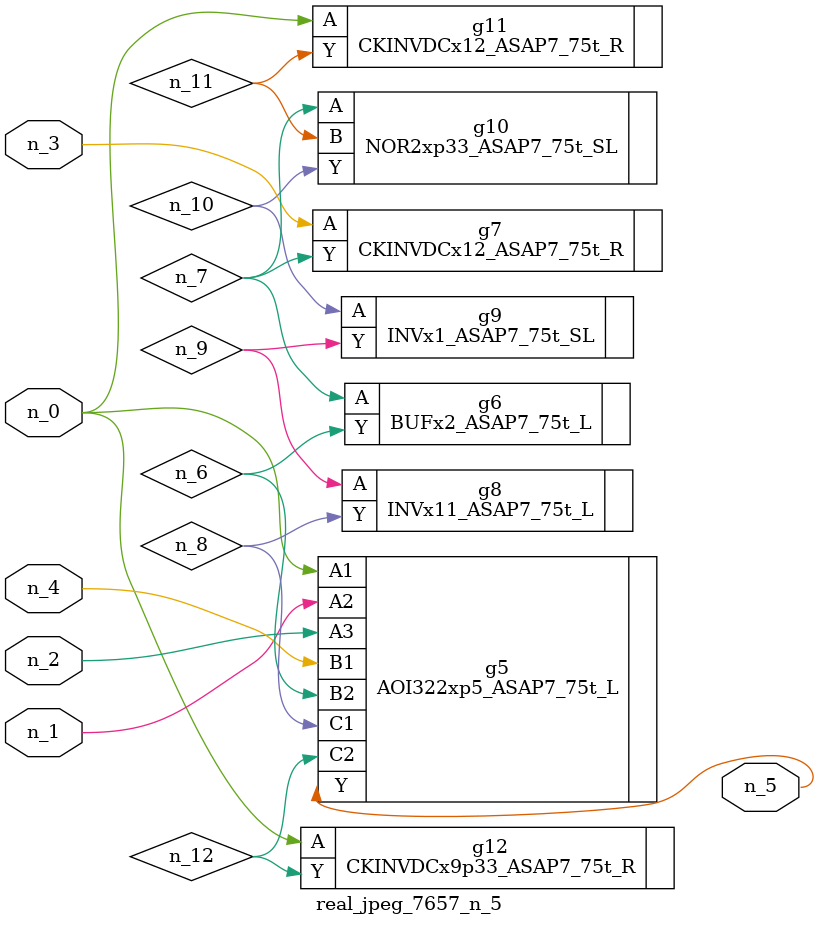
<source format=v>
module real_jpeg_7657_n_5 (n_4, n_0, n_1, n_2, n_3, n_5);

input n_4;
input n_0;
input n_1;
input n_2;
input n_3;

output n_5;

wire n_12;
wire n_8;
wire n_11;
wire n_6;
wire n_7;
wire n_10;
wire n_9;

AOI322xp5_ASAP7_75t_L g5 ( 
.A1(n_0),
.A2(n_1),
.A3(n_2),
.B1(n_4),
.B2(n_6),
.C1(n_8),
.C2(n_12),
.Y(n_5)
);

CKINVDCx12_ASAP7_75t_R g11 ( 
.A(n_0),
.Y(n_11)
);

CKINVDCx9p33_ASAP7_75t_R g12 ( 
.A(n_0),
.Y(n_12)
);

CKINVDCx12_ASAP7_75t_R g7 ( 
.A(n_3),
.Y(n_7)
);

BUFx2_ASAP7_75t_L g6 ( 
.A(n_7),
.Y(n_6)
);

NOR2xp33_ASAP7_75t_SL g10 ( 
.A(n_7),
.B(n_11),
.Y(n_10)
);

INVx11_ASAP7_75t_L g8 ( 
.A(n_9),
.Y(n_8)
);

INVx1_ASAP7_75t_SL g9 ( 
.A(n_10),
.Y(n_9)
);


endmodule
</source>
